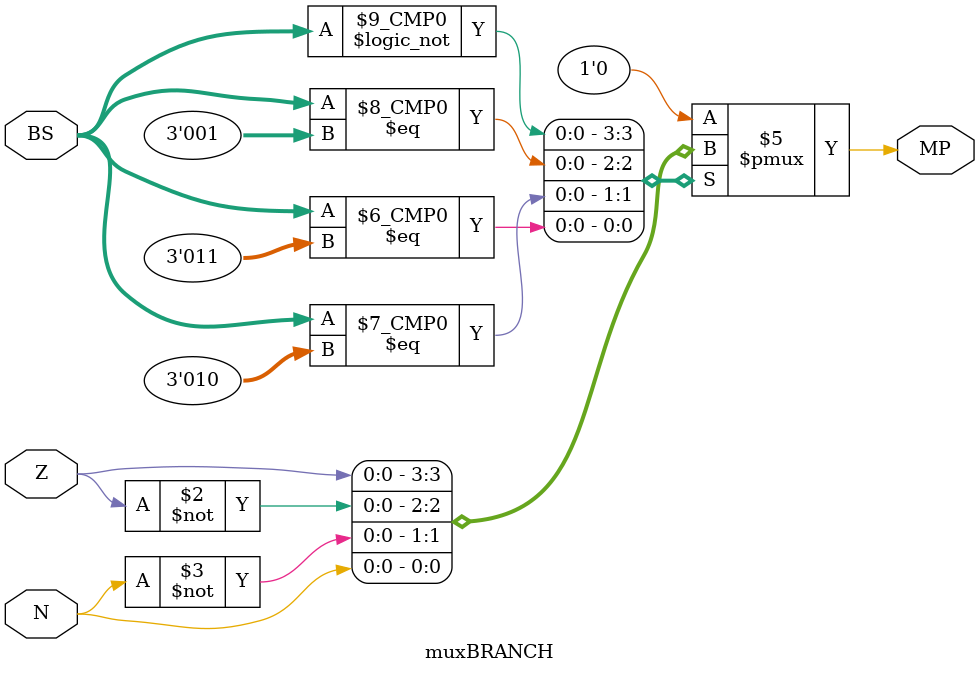
<source format=v>
module muxBRANCH(Z, N, BS, MP);

	input Z, N;
	input [2:0] BS;
	output reg MP;
	
	// branching codes
	parameter [2:0] EQ = 3'b000, // Z flag raised
						 NE = 3'b001, // Z flag not raised
						 GEZ = 3'b010, // N flag not raised
						 LTZ = 3'b011, // N flag raised
						 NOTHING = 3'b100; // 0
						 
	always @(*) begin
		case(BS)
			EQ:      MP = Z;
			NE:      MP = ~Z;
			GEZ:     MP = ~N;
			LTZ:     MP = N;
			default: MP = 1'b0;
		endcase
	end

endmodule
	
</source>
